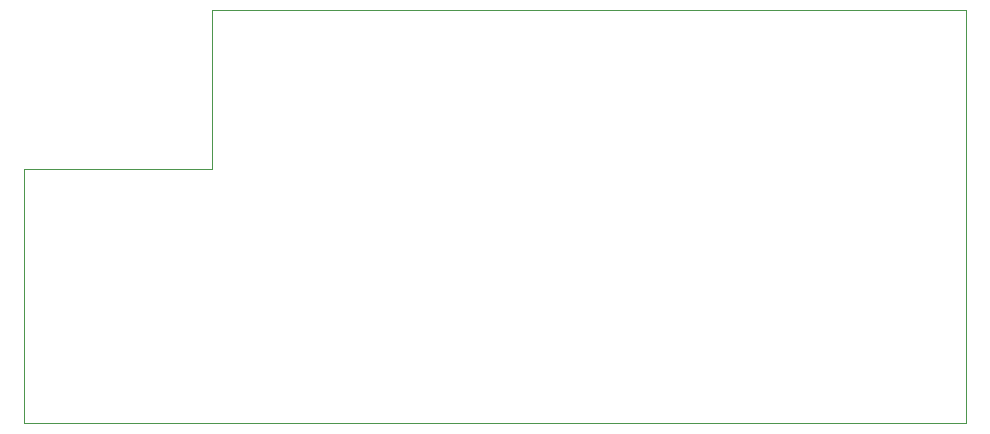
<source format=gbr>
%TF.GenerationSoftware,KiCad,Pcbnew,8.0.6-1.fc40*%
%TF.CreationDate,2024-11-24T11:50:18-05:00*%
%TF.ProjectId,OS-41,4f532d34-312e-46b6-9963-61645f706362,rev?*%
%TF.SameCoordinates,Original*%
%TF.FileFunction,Profile,NP*%
%FSLAX46Y46*%
G04 Gerber Fmt 4.6, Leading zero omitted, Abs format (unit mm)*
G04 Created by KiCad (PCBNEW 8.0.6-1.fc40) date 2024-11-24 11:50:18*
%MOMM*%
%LPD*%
G01*
G04 APERTURE LIST*
%TA.AperFunction,Profile*%
%ADD10C,0.050000*%
%TD*%
G04 APERTURE END LIST*
D10*
X182000000Y-123500000D02*
X137000000Y-123500000D01*
X102200000Y-123500000D01*
X102200000Y-113500000D01*
X102200000Y-102000000D01*
X118100000Y-102000000D01*
X118100000Y-88500000D01*
X182000000Y-88500000D01*
X182000000Y-123500000D01*
M02*

</source>
